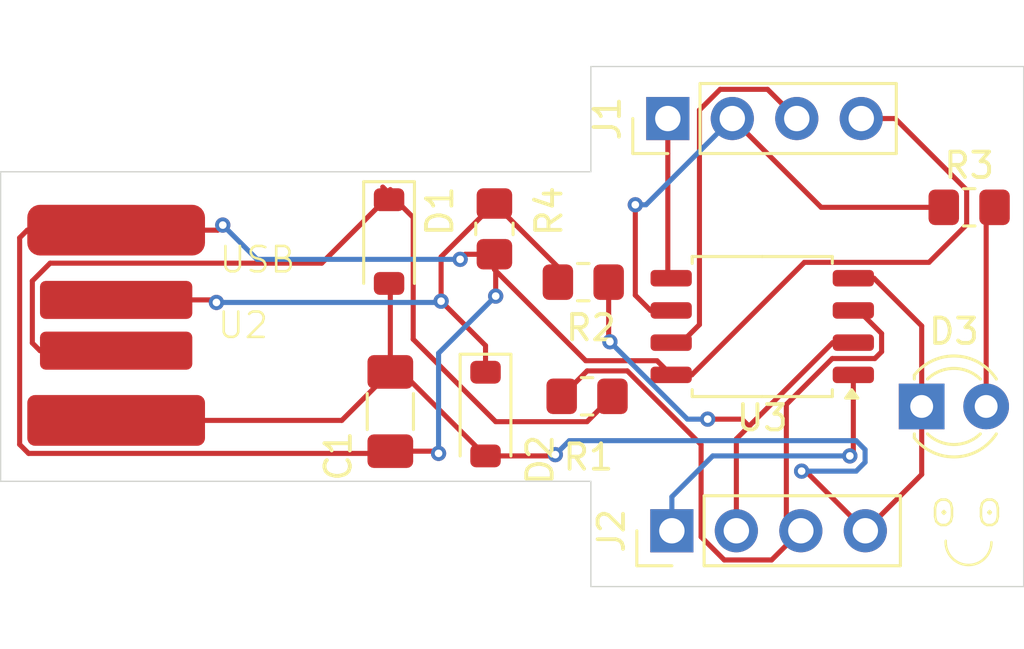
<source format=kicad_pcb>
(kicad_pcb (version 20241229) (generator "pcbnew") (generator_version "9.0")
  (layers (0 "F.Cu" signal) (2 "B.Cu" signal) (13 "F.Paste" user) (15 "B.Paste" user) (5 "F.SilkS" user "F.Silkscreen") (7 "B.SilkS" user "B.Silkscreen") (1 "F.Mask" user) (3 "B.Mask" user) (25 "Edge.Cuts" user))
  (net 0 "")
  (net 1 "+5V")
  (net 2 "GND")
  (net 3 "Net-(D1-K)")
  (net 4 "Net-(D2-K)")
  (net 5 "Net-(D3-A)")
  (net 6 "Net-(J1-Pin_1)")
  (net 7 "Net-(J1-Pin_3)")
  (net 8 "Net-(J1-Pin_2)")
  (net 9 "Net-(J2-Pin_3)")
  (net 10 "Net-(J2-Pin_2)")
  (net 11 "Net-(J2-Pin_1)")
  (footprint "Resistor_SMD:R_0805_2012Metric_Pad1.20x1.40mm_HandSolder" (layer "F.Cu") (at 137.55 79.95)
    (property "Reference" "R1" (at 0.05 2.4 0) (layer "F.SilkS"))
    (property "Value" "68R")
    (fp_line (start -0.227064 -0.735) (end 0.227064 -0.735) (stroke (width 0.12)) (layer "F.SilkS"))
    (fp_line (start -0.227064 0.735) (end 0.227064 0.735) (stroke (width 0.12)) (layer "F.SilkS"))
    (pad "1" smd roundrect (at -1 0) (size 1.2 1.4) (layers "F.Cu" "F.Mask" "F.Paste") (roundrect_rratio 0.208333) (net 9 "Net-(J2-Pin_3)"))
    (pad "2" smd roundrect (at 1 0) (size 1.2 1.4) (layers "F.Cu" "F.Mask" "F.Paste") (roundrect_rratio 0.208333) (net 3 "Net-(D1-K)"))
  )
  (footprint "Resistor_SMD:R_0805_2012Metric_Pad1.20x1.40mm_HandSolder" (layer "F.Cu") (at 152.6 72.5)
    (property "Reference" "R3" (at 0 -1.65 0) (layer "F.SilkS"))
    (property "Value" "330R")
    (fp_line (start -0.227064 -0.735) (end 0.227064 -0.735) (stroke (width 0.12)) (layer "F.SilkS"))
    (fp_line (start -0.227064 0.735) (end 0.227064 0.735) (stroke (width 0.12)) (layer "F.SilkS"))
    (pad "1" smd roundrect (at -1 0) (size 1.2 1.4) (layers "F.Cu" "F.Mask" "F.Paste") (roundrect_rratio 0.208333) (net 8 "Net-(J1-Pin_2)"))
    (pad "2" smd roundrect (at 1 0) (size 1.2 1.4) (layers "F.Cu" "F.Mask" "F.Paste") (roundrect_rratio 0.208333) (net 5 "Net-(D3-A)"))
  )
  (footprint "Resistor_SMD:R_0805_2012Metric_Pad1.20x1.40mm_HandSolder" (layer "F.Cu") (at 137.4 75.45 180)
    (property "Reference" "R2" (at -0.3 -1.8 0) (layer "F.SilkS"))
    (property "Value" "68R")
    (fp_line (start -0.227064 0.735) (end 0.227064 0.735) (stroke (width 0.12)) (layer "F.SilkS"))
    (fp_line (start -0.227064 -0.735) (end 0.227064 -0.735) (stroke (width 0.12)) (layer "F.SilkS"))
    (pad "1" smd roundrect (at -1 0 180) (size 1.2 1.4) (layers "F.Cu" "F.Mask" "F.Paste") (roundrect_rratio 0.208333) (net 10 "Net-(J2-Pin_2)"))
    (pad "2" smd roundrect (at 1 0 180) (size 1.2 1.4) (layers "F.Cu" "F.Mask" "F.Paste") (roundrect_rratio 0.208333) (net 4 "Net-(D2-K)"))
  )
  (footprint "Connector_PinHeader_2.54mm:PinHeader_1x04_P2.54mm_Vertical" (layer "F.Cu") (at 140.89 85.25 90)
    (property "Reference" "J2" (at 0 -2.38 90) (layer "F.SilkS"))
    (property "Value" "Conn_01x04")
    (fp_line (start -1.38 -1.38) (end 0 -1.38) (stroke (width 0.12)) (layer "F.SilkS"))
    (fp_line (start -1.38 0) (end -1.38 -1.38) (stroke (width 0.12)) (layer "F.SilkS"))
    (fp_line (start 1.38 1.27) (end 1.38 9) (stroke (width 0.12)) (layer "F.SilkS"))
    (fp_line (start -1.38 1.27) (end 1.38 1.27) (stroke (width 0.12)) (layer "F.SilkS"))
    (fp_line (start -1.38 1.27) (end -1.38 9) (stroke (width 0.12)) (layer "F.SilkS"))
    (fp_line (start -1.38 9) (end 1.38 9) (stroke (width 0.12)) (layer "F.SilkS"))
    (pad "1" thru_hole rect (at 0 0 90) (size 1.7 1.7) (drill 1) (layers "*.Cu" "*.Mask") (net 11 "Net-(J2-Pin_1)"))
    (pad "2" thru_hole circle (at 0 2.54 90) (size 1.7 1.7) (drill 1) (layers "*.Cu" "*.Mask") (net 10 "Net-(J2-Pin_2)"))
    (pad "3" thru_hole circle (at 0 5.08 90) (size 1.7 1.7) (drill 1) (layers "*.Cu" "*.Mask") (net 9 "Net-(J2-Pin_3)"))
    (pad "4" thru_hole circle (at 0 7.62 90) (size 1.7 1.7) (drill 1) (layers "*.Cu" "*.Mask") (net 2 "GND"))
  )
  (footprint "Capacitor_SMD:C_1206_3216Metric_Pad1.33x1.80mm_HandSolder" (layer "F.Cu") (at 129.8 80.55 90)
    (property "Reference" "C1" (at -1.75 -2.05 90) (layer "F.SilkS"))
    (property "Value" "100n" (hide yes))
    (fp_line (start -0.711252 -0.91) (end 0.711252 -0.91) (stroke (width 0.12)) (layer "F.SilkS"))
    (fp_line (start -0.711252 0.91) (end 0.711252 0.91) (stroke (width 0.12)) (layer "F.SilkS"))
    (pad "1" smd roundrect (at -1.5625 0 90) (size 1.325 1.8) (layers "F.Cu" "F.Mask" "F.Paste") (roundrect_rratio 0.188679) (net 1 "+5V"))
    (pad "2" smd roundrect (at 1.5625 0 90) (size 1.325 1.8) (layers "F.Cu" "F.Mask" "F.Paste") (roundrect_rratio 0.188679) (net 2 "GND"))
  )
  (footprint "Diode_SMD:D_SOD-123" (layer "F.Cu") (at 129.75 73.85 -90)
    (property "Reference" "D1" (at -1.2 -2 90) (layer "F.SilkS"))
    (property "Value" "3V6")
    (fp_line (start -2.36 1) (end 1.65 1) (stroke (width 0.12)) (layer "F.SilkS"))
    (fp_line (start -2.36 -1) (end -2.36 1) (stroke (width 0.12)) (layer "F.SilkS"))
    (fp_line (start -2.36 -1) (end 1.65 -1) (stroke (width 0.12)) (layer "F.SilkS"))
    (pad "1" smd roundrect (at -1.65 0 270) (size 0.9 1.2) (layers "F.Cu" "F.Mask" "F.Paste") (net 3 "Net-(D1-K)"))
    (pad "2" smd roundrect (at 1.65 0 270) (size 0.9 1.2) (layers "F.Cu" "F.Mask" "F.Paste") (net 2 "GND"))
  )
  (footprint "Project_1:PCB_USB_connector" (layer "F.Cu") (at 119 77.15)
    (property "Reference" "U2" (at 5 0 0) (layer "F.SilkS") (effects (font (thickness 0.1))))
    (property "Value" "~")
    (fp_text user "USB" (at 4 -2 0) (layer "F.SilkS") (effects (font (thickness 0.1)) (justify left bottom)))
    (pad "1" smd roundrect (at 0 -3.75) (size 7 2) (layers "F.Cu" "F.Mask" "F.Paste") (net 1 "+5V"))
    (pad "2" smd roundrect (at 0 -1) (size 6 1.5) (layers "F.Cu" "F.Mask" "F.Paste") (roundrect_rratio 0.15) (net 4 "Net-(D2-K)"))
    (pad "3" smd roundrect (at 0 1) (size 6 1.5) (layers "F.Cu" "F.Mask" "F.Paste") (roundrect_rratio 0.15) (net 3 "Net-(D1-K)"))
    (pad "4" smd roundrect (at 0 3.75) (size 7 2) (layers "F.Cu" "F.Mask" "F.Paste") (roundrect_rratio 0.15) (net 2 "GND"))
  )
  (footprint "Connector_PinHeader_2.54mm:PinHeader_1x04_P2.54mm_Vertical" (layer "F.Cu") (at 140.73 69 90)
    (property "Reference" "J1" (at 0 -2.38 90) (layer "F.SilkS"))
    (property "Value" "Conn_01x04")
    (fp_line (start -1.38 -1.38) (end 0 -1.38) (stroke (width 0.12)) (layer "F.SilkS"))
    (fp_line (start -1.38 0) (end -1.38 -1.38) (stroke (width 0.12)) (layer "F.SilkS"))
    (fp_line (start 1.38 1.27) (end 1.38 9) (stroke (width 0.12)) (layer "F.SilkS"))
    (fp_line (start -1.38 1.27) (end 1.38 1.27) (stroke (width 0.12)) (layer "F.SilkS"))
    (fp_line (start -1.38 1.27) (end -1.38 9) (stroke (width 0.12)) (layer "F.SilkS"))
    (fp_line (start -1.38 9) (end 1.38 9) (stroke (width 0.12)) (layer "F.SilkS"))
    (pad "1" thru_hole rect (at 0 0 90) (size 1.7 1.7) (drill 1) (layers "*.Cu" "*.Mask") (net 6 "Net-(J1-Pin_1)"))
    (pad "2" thru_hole circle (at 0 2.54 90) (size 1.7 1.7) (drill 1) (layers "*.Cu" "*.Mask") (net 8 "Net-(J1-Pin_2)"))
    (pad "3" thru_hole circle (at 0 5.08 90) (size 1.7 1.7) (drill 1) (layers "*.Cu" "*.Mask") (net 7 "Net-(J1-Pin_3)"))
    (pad "4" thru_hole circle (at 0 7.62 90) (size 1.7 1.7) (drill 1) (layers "*.Cu" "*.Mask") (net 1 "+5V"))
  )
  (footprint "Resistor_SMD:R_0805_2012Metric_Pad1.20x1.40mm_HandSolder" (layer "F.Cu") (at 133.9 73.35 90)
    (property "Reference" "R4" (at 0.7 2.15 90) (layer "F.SilkS"))
    (property "Value" "1k5")
    (fp_line (start -0.227064 -0.735) (end 0.227064 -0.735) (stroke (width 0.12)) (layer "F.SilkS"))
    (fp_line (start -0.227064 0.735) (end 0.227064 0.735) (stroke (width 0.12)) (layer "F.SilkS"))
    (pad "1" smd roundrect (at -1 0 90) (size 1.2 1.4) (layers "F.Cu" "F.Mask" "F.Paste") (roundrect_rratio 0.208333) (net 1 "+5V"))
    (pad "2" smd roundrect (at 1 0 90) (size 1.2 1.4) (layers "F.Cu" "F.Mask" "F.Paste") (roundrect_rratio 0.208333) (net 4 "Net-(D2-K)"))
  )
  (footprint "Diode_SMD:D_SOD-123" (layer "F.Cu") (at 133.55 80.65 -90)
    (property "Reference" "D2" (at 1.8 -2.15 90) (layer "F.SilkS"))
    (property "Value" "3V6")
    (fp_line (start -2.36 1) (end 1.65 1) (stroke (width 0.12)) (layer "F.SilkS"))
    (fp_line (start -2.36 -1) (end -2.36 1) (stroke (width 0.12)) (layer "F.SilkS"))
    (fp_line (start -2.36 -1) (end 1.65 -1) (stroke (width 0.12)) (layer "F.SilkS"))
    (pad "1" smd roundrect (at -1.65 0 270) (size 0.9 1.2) (layers "F.Cu" "F.Mask" "F.Paste") (net 4 "Net-(D2-K)"))
    (pad "2" smd roundrect (at 1.65 0 270) (size 0.9 1.2) (layers "F.Cu" "F.Mask" "F.Paste") (net 2 "GND"))
  )
  (footprint "LED_THT:LED_D3.0mm" (layer "F.Cu") (at 150.73 80.35)
    (property "Reference" "D3" (at 1.27 -2.96 0) (layer "F.SilkS"))
    (property "Value" "LED")
    (fp_line (start -0.29 -1.236) (end -0.29 -1.08) (stroke (width 0.12)) (layer "F.SilkS"))
    (fp_line (start -0.29 1.08) (end -0.29 1.236) (stroke (width 0.12)) (layer "F.SilkS"))
    (fp_arc (start -0.29 -1.235516) (mid 1.365624 -1.987701) (end 2.941397 -1.080061) (stroke (width 0.12)) (layer "F.SilkS"))
    (fp_arc (start 0.229039 -1.08) (mid 1.269964 -1.5) (end 2.31091 -1.080049) (stroke (width 0.12)) (layer "F.SilkS"))
    (fp_arc (start 2.31091 1.080049) (mid 1.269964 1.5) (end 0.229039 1.08) (stroke (width 0.12)) (layer "F.SilkS"))
    (fp_arc (start 2.941397 1.080061) (mid 1.365624 1.987701) (end -0.29 1.235516) (stroke (width 0.12)) (layer "F.SilkS"))
    (pad "1" thru_hole rect (at 0 0) (size 1.8 1.8) (drill 0.9) (layers "*.Cu" "*.Mask") (net 2 "GND"))
    (pad "2" thru_hole circle (at 2.54 0) (size 1.8 1.8) (drill 0.9) (layers "*.Cu" "*.Mask") (net 5 "Net-(D3-A)"))
  )
  (footprint "Package_SO:SOIC-8_5.3x5.3mm_P1.27mm" (layer "F.Cu") (at 144.45 77.2 180)
    (property "Reference" "U3" (at 0 -3.6 0) (layer "F.SilkS"))
    (property "Value" "ATtiny85-20S")
    (fp_line (start 2.76 2.76) (end 2.76 2.49) (stroke (width 0.12)) (layer "F.SilkS"))
    (fp_line (start 2.76 -2.76) (end 2.76 -2.49) (stroke (width 0.12)) (layer "F.SilkS"))
    (fp_line (start 0 2.76) (end 2.76 2.76) (stroke (width 0.12)) (layer "F.SilkS"))
    (fp_line (start 0 2.76) (end -2.76 2.76) (stroke (width 0.12)) (layer "F.SilkS"))
    (fp_line (start 0 -2.76) (end 2.76 -2.76) (stroke (width 0.12)) (layer "F.SilkS"))
    (fp_line (start 0 -2.76) (end -2.76 -2.76) (stroke (width 0.12)) (layer "F.SilkS"))
    (fp_line (start -2.76 2.76) (end -2.76 2.49) (stroke (width 0.12)) (layer "F.SilkS"))
    (fp_line (start -2.76 -2.76) (end -2.76 -2.49) (stroke (width 0.12)) (layer "F.SilkS"))
    (fp_poly (pts (xy -3.525 -2.49) (xy -3.765 -2.82) (xy -3.285 -2.82)) (stroke (width 0.12)) (fill yes) (layer "F.SilkS"))
    (pad "1" smd roundrect (at -3.5875 -1.905 180) (size 1.625 0.65) (layers "F.Cu" "F.Mask" "F.Paste") (net 11 "Net-(J2-Pin_1)"))
    (pad "2" smd roundrect (at -3.5875 -0.635 180) (size 1.625 0.65) (layers "F.Cu" "F.Mask" "F.Paste") (net 10 "Net-(J2-Pin_2)"))
    (pad "3" smd roundrect (at -3.5875 0.635 180) (size 1.625 0.65) (layers "F.Cu" "F.Mask" "F.Paste") (net 9 "Net-(J2-Pin_3)"))
    (pad "4" smd roundrect (at -3.5875 1.905 180) (size 1.625 0.65) (layers "F.Cu" "F.Mask" "F.Paste") (net 2 "GND"))
    (pad "5" smd roundrect (at 3.5875 1.905 180) (size 1.625 0.65) (layers "F.Cu" "F.Mask" "F.Paste") (net 6 "Net-(J1-Pin_1)"))
    (pad "6" smd roundrect (at 3.5875 0.635 180) (size 1.625 0.65) (layers "F.Cu" "F.Mask" "F.Paste") (net 8 "Net-(J1-Pin_2)"))
    (pad "7" smd roundrect (at 3.5875 -0.635 180) (size 1.625 0.65) (layers "F.Cu" "F.Mask" "F.Paste") (net 7 "Net-(J1-Pin_3)"))
    (pad "8" smd roundrect (at 3.5875 -1.905 180) (size 1.625 0.65) (layers "F.Cu" "F.Mask" "F.Paste") (net 1 "+5V"))
  )
  (gr_arc (start 153.476436 85.700388) (mid 152.55 86.6) (end 151.677989 85.647538) (stroke (width 0.1)) (layer "F.SilkS"))
  (gr_line (start 114.45 71.1) (end 137.7 71.1) (stroke (width 0.05)) (layer "Edge.Cuts"))
  (gr_line (start 137.7 87.45) (end 154.75 87.45) (stroke (width 0.05)) (layer "Edge.Cuts"))
  (gr_line (start 114.45 71.1) (end 114.45 83.3) (stroke (width 0.05)) (layer "Edge.Cuts"))
  (gr_line (start 137.7 83.3) (end 137.7 87.45) (stroke (width 0.05)) (layer "Edge.Cuts"))
  (gr_line (start 114.45 83.3) (end 137.7 83.3) (stroke (width 0.05)) (layer "Edge.Cuts"))
  (gr_line (start 137.7 66.95) (end 154.75 66.95) (stroke (width 0.05)) (layer "Edge.Cuts"))
  (gr_line (start 137.7 71.1) (end 137.7 66.95) (stroke (width 0.05)) (layer "Edge.Cuts"))
  (gr_line (start 154.75 66.95) (end 154.75 87.45) (stroke (width 0.05)) (layer "Edge.Cuts"))
  (gr_text "." (at 153.1 84.7 0) (layer "F.SilkS") (effects (font (size 1 1) (thickness 0.1)) (justify left bottom)))
  (gr_text "O O" (at 151 85.15 0) (layer "F.SilkS") (effects (font (size 1 1) (thickness 0.1)) (justify left bottom)))
  (gr_text "." (at 151.3 84.7 0) (layer "F.SilkS") (effects (font (size 1 1) (thickness 0.1)) (justify left bottom)))
  (segment (start 115.199 73.701) (end 115.5 73.4) (width 0.2) (layer "F.Cu") (net 1))
  (segment (start 115.551056 82.201) (end 115.199 81.848944) (width 0.2) (layer "F.Cu") (net 1))
  (segment (start 115.199 81.848944) (end 115.199 73.701) (width 0.2) (layer "F.Cu") (net 1))
  (segment (start 129.8 82.1125) (end 129.8375 82.1125) (width 0.2) (layer "F.Cu") (net 1))
  (segment (start 115.5 73.4) (end 119 73.4) (width 0.2) (layer "F.Cu") (net 1))
  (segment (start 123.2 73.2) (end 123 73.4) (width 0.2) (layer "F.Cu") (net 1))
  (segment (start 152.501 73.18516) (end 151.01716 74.669) (width 0.2) (layer "F.Cu") (net 1))
  (segment (start 131.6125 82.1125) (end 131.7 82.2) (width 0.2) (layer "F.Cu") (net 1))
  (segment (start 123 73.4) (end 119 73.4) (width 0.2) (layer "F.Cu") (net 1))
  (segment (start 133.9 74.35) (end 132.75 74.35) (width 0.2) (layer "F.Cu") (net 1))
  (segment (start 133.9 74.95) (end 137.498 78.548) (width 0.2) (layer "F.Cu") (net 1))
  (segment (start 133.95 74.4) (end 133.9 74.35) (width 0.2) (layer "F.Cu") (net 1))
  (segment (start 141.674999 79.105) (end 140.8625 79.105) (width 0.2) (layer "F.Cu") (net 1))
  (segment (start 133.9 74.35) (end 133.9 74.95) (width 0.2) (layer "F.Cu") (net 1))
  (segment (start 132.75 74.35) (end 132.55 74.55) (width 0.2) (layer "F.Cu") (net 1))
  (segment (start 152.501 71.81484) (end 152.501 73.18516) (width 0.2) (layer "F.Cu") (net 1))
  (segment (start 148.35 69) (end 149.68616 69) (width 0.2) (layer "F.Cu") (net 1))
  (segment (start 129.8 82.1125) (end 129.7115 82.201) (width 0.2) (layer "F.Cu") (net 1))
  (segment (start 129.8375 82.1125) (end 130.025 82.3) (width 0.2) (layer "F.Cu") (net 1))
  (segment (start 133.95 76) (end 133.95 74.4) (width 0.2) (layer "F.Cu") (net 1))
  (segment (start 146.110999 74.669) (end 141.674999 79.105) (width 0.2) (layer "F.Cu") (net 1))
  (segment (start 140.3055 78.548) (end 140.8625 79.105) (width 0.2) (layer "F.Cu") (net 1))
  (segment (start 149.68616 69) (end 152.501 71.81484) (width 0.2) (layer "F.Cu") (net 1))
  (segment (start 137.498 78.548) (end 140.3055 78.548) (width 0.2) (layer "F.Cu") (net 1))
  (segment (start 129.8 82.1125) (end 131.6125 82.1125) (width 0.2) (layer "F.Cu") (net 1))
  (segment (start 151.01716 74.669) (end 146.110999 74.669) (width 0.2) (layer "F.Cu") (net 1))
  (segment (start 129.7115 82.201) (end 115.551056 82.201) (width 0.2) (layer "F.Cu") (net 1))
  (via (at 131.7 82.2) (size 0.6) (drill 0.3) (layers "F.Cu" "B.Cu") (net 1))
  (via (at 133.95 76) (size 0.6) (drill 0.3) (layers "F.Cu" "B.Cu") (net 1))
  (via (at 132.55 74.55) (size 0.6) (drill 0.3) (layers "F.Cu" "B.Cu") (net 1))
  (via (at 123.2 73.2) (size 0.6) (drill 0.3) (layers "F.Cu" "B.Cu") (net 1))
  (segment (start 132.55 74.55) (end 124.55 74.55) (width 0.2) (layer "B.Cu") (net 1))
  (segment (start 131.7 82.2) (end 131.7 78.25) (width 0.2) (layer "B.Cu") (net 1))
  (segment (start 124.55 74.55) (end 123.2 73.2) (width 0.2) (layer "B.Cu") (net 1))
  (segment (start 131.7 78.25) (end 133.95 76) (width 0.2) (layer "B.Cu") (net 1))
  (segment (start 136.3 82.25) (end 136.25 82.3) (width 0.2) (layer "F.Cu") (net 2))
  (segment (start 130.2375 78.9875) (end 133.55 82.3) (width 0.2) (layer "F.Cu") (net 2))
  (segment (start 148.51 85.25) (end 146.16 82.9) (width 0.2) (layer "F.Cu") (net 2))
  (segment (start 129.8 78.9875) (end 130.2375 78.9875) (width 0.2) (layer "F.Cu") (net 2))
  (segment (start 150.73 83.03) (end 148.51 85.25) (width 0.2) (layer "F.Cu") (net 2))
  (segment (start 146.16 82.9) (end 146 82.9) (width 0.2) (layer "F.Cu") (net 2))
  (segment (start 136.25 82.3) (end 133.55 82.3) (width 0.2) (layer "F.Cu") (net 2))
  (segment (start 150.73 80.35) (end 150.73 83.03) (width 0.2) (layer "F.Cu") (net 2))
  (segment (start 150.73 80.35) (end 150.73 77.175001) (width 0.2) (layer "F.Cu") (net 2))
  (segment (start 127.8875 80.9) (end 129.8 78.9875) (width 0.2) (layer "F.Cu") (net 2))
  (segment (start 150.73 77.175001) (end 148.849999 75.295) (width 0.2) (layer "F.Cu") (net 2))
  (segment (start 119 80.9) (end 127.8875 80.9) (width 0.2) (layer "F.Cu") (net 2))
  (segment (start 129.8 75.3) (end 129.8 78.9875) (width 0.2) (layer "F.Cu") (net 2))
  (segment (start 148.849999 75.295) (end 148.0375 75.295) (width 0.2) (layer "F.Cu") (net 2))
  (via (at 146 82.9) (size 0.6) (drill 0.3) (layers "F.Cu" "B.Cu") (net 2))
  (via (at 136.3 82.25) (size 0.6) (drill 0.3) (layers "F.Cu" "B.Cu") (net 2))
  (segment (start 148.148943 81.699) (end 136.851 81.699) (width 0.2) (layer "B.Cu") (net 2))
  (segment (start 136.851 81.699) (end 136.3 82.25) (width 0.2) (layer "B.Cu") (net 2))
  (segment (start 148.501 82.548943) (end 148.501 82.051057) (width 0.2) (layer "B.Cu") (net 2))
  (segment (start 148.501 82.051057) (end 148.148943 81.699) (width 0.2) (layer "B.Cu") (net 2))
  (segment (start 146 82.9) (end 148.149943 82.9) (width 0.2) (layer "B.Cu") (net 2))
  (segment (start 148.149943 82.9) (end 148.501 82.548943) (width 0.2) (layer "B.Cu") (net 2))
  (segment (start 127.099 74.701) (end 129.8 72) (width 0.2) (layer "F.Cu") (net 3))
  (segment (start 138.55 79.95) (end 137.549 80.951) (width 0.2) (layer "F.Cu") (net 3))
  (segment (start 115.699 77.849) (end 115.699 75.40089) (width 0.2) (layer "F.Cu") (net 3))
  (segment (start 116.39889 74.701) (end 127.099 74.701) (width 0.2) (layer "F.Cu") (net 3))
  (segment (start 115.699 75.40089) (end 116.39889 74.701) (width 0.2) (layer "F.Cu") (net 3))
  (segment (start 129.501 71.701) (end 129.8 72) (width 0.2) (layer "F.Cu") (net 3))
  (segment (start 130.701 72.901) (end 129.8 72) (width 0.2) (layer "F.Cu") (net 3))
  (segment (start 116 78.15) (end 115.699 77.849) (width 0.2) (layer "F.Cu") (net 3))
  (segment (start 133.951 80.951) (end 130.701 77.701) (width 0.2) (layer "F.Cu") (net 3))
  (segment (start 130.701 77.701) (end 130.701 72.901) (width 0.2) (layer "F.Cu") (net 3))
  (segment (start 119 78.15) (end 116 78.15) (width 0.2) (layer "F.Cu") (net 3))
  (segment (start 129.8 71.8) (end 129.8 72) (width 0.2) (layer "F.Cu") (net 3))
  (segment (start 137.549 80.951) (end 133.951 80.951) (width 0.2) (layer "F.Cu") (net 3))
  (segment (start 133.55 77.95) (end 133.55 79) (width 0.2) (layer "F.Cu") (net 4))
  (segment (start 122.85 76.15) (end 122.95 76.25) (width 0.2) (layer "F.Cu") (net 4))
  (segment (start 133.9 72.35) (end 136.4 74.85) (width 0.2) (layer "F.Cu") (net 4))
  (segment (start 131.8 74.45) (end 133.9 72.35) (width 0.2) (layer "F.Cu") (net 4))
  (segment (start 136.4 74.85) (end 136.4 75.45) (width 0.2) (layer "F.Cu") (net 4))
  (segment (start 119 76.15) (end 122.85 76.15) (width 0.2) (layer "F.Cu") (net 4))
  (segment (start 131.8 76.2) (end 131.8 74.45) (width 0.2) (layer "F.Cu") (net 4))
  (segment (start 131.8 76.2) (end 133.55 77.95) (width 0.2) (layer "F.Cu") (net 4))
  (via (at 122.95 76.25) (size 0.6) (drill 0.3) (layers "F.Cu" "B.Cu") (net 4))
  (via (at 131.8 76.2) (size 0.6) (drill 0.3) (layers "F.Cu" "B.Cu") (net 4))
  (segment (start 131.75 76.25) (end 131.8 76.2) (width 0.2) (layer "B.Cu") (net 4))
  (segment (start 122.95 76.25) (end 131.75 76.25) (width 0.2) (layer "B.Cu") (net 4))
  (segment (start 153.27 80.35) (end 153.27 72.83) (width 0.2) (layer "F.Cu") (net 5))
  (segment (start 153.27 72.83) (end 153.6 72.5) (width 0.2) (layer "F.Cu") (net 5))
  (segment (start 140.73 75.1625) (end 140.8625 75.295) (width 0.2) (layer "F.Cu") (net 6))
  (segment (start 140.73 69) (end 140.73 75.1625) (width 0.2) (layer "F.Cu") (net 6))
  (segment (start 142.79324 67.849) (end 141.976 68.66624) (width 0.2) (layer "F.Cu") (net 7))
  (segment (start 145.81 69) (end 144.659 67.849) (width 0.2) (layer "F.Cu") (net 7))
  (segment (start 141.976 77.124) (end 141.265 77.835) (width 0.2) (layer "F.Cu") (net 7))
  (segment (start 141.265 77.835) (end 140.8625 77.835) (width 0.2) (layer "F.Cu") (net 7))
  (segment (start 141.976 68.66624) (end 141.976 77.124) (width 0.2) (layer "F.Cu") (net 7))
  (segment (start 144.659 67.849) (end 142.79324 67.849) (width 0.2) (layer "F.Cu") (net 7))
  (segment (start 146.77 72.5) (end 143.27 69) (width 0.2) (layer "F.Cu") (net 8))
  (segment (start 140.8625 76.565) (end 140.050001 76.565) (width 0.2) (layer "F.Cu") (net 8))
  (segment (start 139.45 75.964999) (end 139.45 72.4) (width 0.2) (layer "F.Cu") (net 8))
  (segment (start 140.050001 76.565) (end 139.45 75.964999) (width 0.2) (layer "F.Cu") (net 8))
  (segment (start 151.6 72.5) (end 146.77 72.5) (width 0.2) (layer "F.Cu") (net 8))
  (via (at 139.45 72.4) (size 0.6) (drill 0.3) (layers "F.Cu" "B.Cu") (net 8))
  (segment (start 139.45 72.4) (end 139.87 72.4) (width 0.2) (layer "B.Cu") (net 8))
  (segment (start 139.87 72.4) (end 143.27 69) (width 0.2) (layer "B.Cu") (net 8))
  (segment (start 145.97 85.25) (end 145.399 84.679) (width 0.2) (layer "F.Cu") (net 9))
  (segment (start 144.819 86.401) (end 142.95324 86.401) (width 0.2) (layer "F.Cu") (net 9))
  (segment (start 145.399 84.679) (end 145.399 80.27101) (width 0.2) (layer "F.Cu") (net 9))
  (segment (start 149.151 78.19399) (end 149.151 77.47601) (width 0.2) (layer "F.Cu") (net 9))
  (segment (start 142.95324 86.401) (end 142.041 85.48876) (width 0.2) (layer "F.Cu") (net 9))
  (segment (start 149.151 77.47601) (end 148.23999 76.565) (width 0.2) (layer "F.Cu") (net 9))
  (segment (start 145.399 80.27101) (end 147.20901 78.461) (width 0.2) (layer "F.Cu") (net 9))
  (segment (start 139.13516 78.949) (end 137.551 78.949) (width 0.2) (layer "F.Cu") (net 9))
  (segment (start 142.041 85.48876) (end 142.041 81.85484) (width 0.2) (layer "F.Cu") (net 9))
  (segment (start 142.041 81.85484) (end 139.13516 78.949) (width 0.2) (layer "F.Cu") (net 9))
  (segment (start 137.551 78.949) (end 136.55 79.95) (width 0.2) (layer "F.Cu") (net 9))
  (segment (start 148.23999 76.565) (end 148.0375 76.565) (width 0.2) (layer "F.Cu") (net 9))
  (segment (start 148.88399 78.461) (end 149.151 78.19399) (width 0.2) (layer "F.Cu") (net 9))
  (segment (start 145.97 85.25) (end 144.819 86.401) (width 0.2) (layer "F.Cu") (net 9))
  (segment (start 147.20901 78.461) (end 148.88399 78.461) (width 0.2) (layer "F.Cu") (net 9))
  (segment (start 143.43 81.630001) (end 143.43 85.25) (width 0.2) (layer "F.Cu") (net 10))
  (segment (start 148.0375 77.835) (end 147.225001 77.835) (width 0.2) (layer "F.Cu") (net 10))
  (segment (start 143.65 80.85) (end 143.93 81.13) (width 0.2) (layer "F.Cu") (net 10))
  (segment (start 142.3 80.85) (end 143.65 80.85) (width 0.2) (layer "F.Cu") (net 10))
  (segment (start 138.4 77.75) (end 138.45 77.8) (width 0.2) (layer "F.Cu") (net 10))
  (segment (start 147.225001 77.835) (end 143.93 81.13) (width 0.2) (layer "F.Cu") (net 10))
  (segment (start 138.4 75.45) (end 138.4 77.75) (width 0.2) (layer "F.Cu") (net 10))
  (segment (start 143.93 81.13) (end 143.43 81.630001) (width 0.2) (layer "F.Cu") (net 10))
  (via (at 142.3 80.85) (size 0.6) (drill 0.3) (layers "F.Cu" "B.Cu") (net 10))
  (via (at 138.45 77.8) (size 0.6) (drill 0.3) (layers "F.Cu" "B.Cu") (net 10))
  (segment (start 138.45 77.8) (end 141.5 80.85) (width 0.2) (layer "B.Cu") (net 10))
  (segment (start 141.5 80.85) (end 142.3 80.85) (width 0.2) (layer "B.Cu") (net 10))
  (segment (start 148.0375 82.1625) (end 147.9 82.3) (width 0.2) (layer "F.Cu") (net 11))
  (segment (start 148.0375 79.105) (end 148.0375 82.1625) (width 0.2) (layer "F.Cu") (net 11))
  (via (at 147.9 82.3) (size 0.6) (drill 0.3) (layers "F.Cu" "B.Cu") (net 11))
  (segment (start 142.5 82.3) (end 140.89 83.91) (width 0.2) (layer "B.Cu") (net 11))
  (segment (start 140.89 83.91) (end 140.89 85.25) (width 0.2) (layer "B.Cu") (net 11))
  (segment (start 147.9 82.3) (end 142.5 82.3) (width 0.2) (layer "B.Cu") (net 11))
)
</source>
